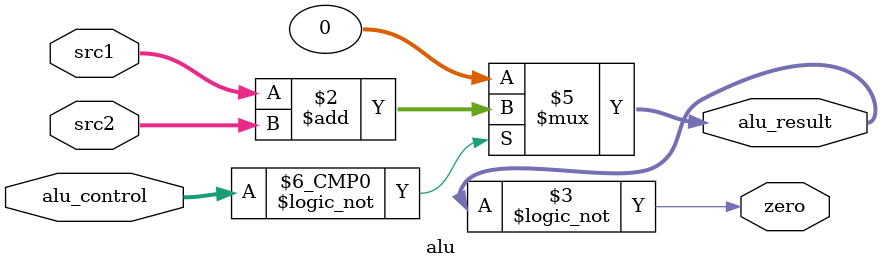
<source format=sv>
module alu (
    // IN
    input logic [2:0] alu_control,
    input logic [31:0] src1,
    input logic [31:0] src2,
    // OUT
    output logic [31:0] alu_result,
    output logic zero
);

always_comb begin
    case (alu_control)
        3'b000 : alu_result = src1 + src2;
        default: alu_result = 32'b0;
    endcase
end

assign zero = alu_result == 32'b0;
    
endmodule
</source>
